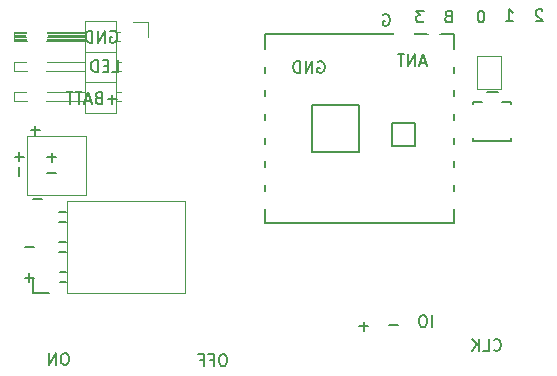
<source format=gbo>
%TF.GenerationSoftware,KiCad,Pcbnew,7.0.6-7.0.6~ubuntu22.04.1*%
%TF.CreationDate,2023-07-30T10:17:08-06:00*%
%TF.ProjectId,fancy-node,66616e63-792d-46e6-9f64-652e6b696361,rev?*%
%TF.SameCoordinates,Original*%
%TF.FileFunction,Legend,Bot*%
%TF.FilePolarity,Positive*%
%FSLAX46Y46*%
G04 Gerber Fmt 4.6, Leading zero omitted, Abs format (unit mm)*
G04 Created by KiCad (PCBNEW 7.0.6-7.0.6~ubuntu22.04.1) date 2023-07-30 10:17:08*
%MOMM*%
%LPD*%
G01*
G04 APERTURE LIST*
G04 Aperture macros list*
%AMFreePoly0*
4,1,6,1.000000,0.000000,0.500000,-0.750000,-0.500000,-0.750000,-0.500000,0.750000,0.500000,0.750000,1.000000,0.000000,1.000000,0.000000,$1*%
%AMFreePoly1*
4,1,6,0.500000,-0.750000,-0.650000,-0.750000,-0.150000,0.000000,-0.650000,0.750000,0.500000,0.750000,0.500000,-0.750000,0.500000,-0.750000,$1*%
G04 Aperture macros list end*
%ADD10C,0.150000*%
%ADD11C,0.120000*%
%ADD12C,0.203200*%
%ADD13C,0.152400*%
%ADD14C,1.408000*%
%ADD15C,1.800000*%
%ADD16C,3.200000*%
%ADD17R,1.700000X1.700000*%
%ADD18O,1.700000X1.700000*%
%ADD19R,1.800000X1.800000*%
%ADD20R,1.000000X1.000000*%
%ADD21C,1.000000*%
%ADD22FreePoly0,270.000000*%
%ADD23FreePoly1,270.000000*%
%ADD24C,1.700000*%
%ADD25R,2.999740X1.198880*%
%ADD26R,0.990600X1.041400*%
%ADD27R,1.041400X2.209800*%
G04 APERTURE END LIST*
D10*
X54463220Y-102088866D02*
X53701316Y-102088866D01*
X56472744Y-115169819D02*
X56282268Y-115169819D01*
X56282268Y-115169819D02*
X56187030Y-115217438D01*
X56187030Y-115217438D02*
X56091792Y-115312676D01*
X56091792Y-115312676D02*
X56044173Y-115503152D01*
X56044173Y-115503152D02*
X56044173Y-115836485D01*
X56044173Y-115836485D02*
X56091792Y-116026961D01*
X56091792Y-116026961D02*
X56187030Y-116122200D01*
X56187030Y-116122200D02*
X56282268Y-116169819D01*
X56282268Y-116169819D02*
X56472744Y-116169819D01*
X56472744Y-116169819D02*
X56567982Y-116122200D01*
X56567982Y-116122200D02*
X56663220Y-116026961D01*
X56663220Y-116026961D02*
X56710839Y-115836485D01*
X56710839Y-115836485D02*
X56710839Y-115503152D01*
X56710839Y-115503152D02*
X56663220Y-115312676D01*
X56663220Y-115312676D02*
X56567982Y-115217438D01*
X56567982Y-115217438D02*
X56472744Y-115169819D01*
X55615601Y-116169819D02*
X55615601Y-115169819D01*
X55615601Y-115169819D02*
X55044173Y-116169819D01*
X55044173Y-116169819D02*
X55044173Y-115169819D01*
X84563220Y-112788866D02*
X83801316Y-112788866D01*
X91672744Y-86169819D02*
X91577506Y-86169819D01*
X91577506Y-86169819D02*
X91482268Y-86217438D01*
X91482268Y-86217438D02*
X91434649Y-86265057D01*
X91434649Y-86265057D02*
X91387030Y-86360295D01*
X91387030Y-86360295D02*
X91339411Y-86550771D01*
X91339411Y-86550771D02*
X91339411Y-86788866D01*
X91339411Y-86788866D02*
X91387030Y-86979342D01*
X91387030Y-86979342D02*
X91434649Y-87074580D01*
X91434649Y-87074580D02*
X91482268Y-87122200D01*
X91482268Y-87122200D02*
X91577506Y-87169819D01*
X91577506Y-87169819D02*
X91672744Y-87169819D01*
X91672744Y-87169819D02*
X91767982Y-87122200D01*
X91767982Y-87122200D02*
X91815601Y-87074580D01*
X91815601Y-87074580D02*
X91863220Y-86979342D01*
X91863220Y-86979342D02*
X91910839Y-86788866D01*
X91910839Y-86788866D02*
X91910839Y-86550771D01*
X91910839Y-86550771D02*
X91863220Y-86360295D01*
X91863220Y-86360295D02*
X91815601Y-86265057D01*
X91815601Y-86265057D02*
X91767982Y-86217438D01*
X91767982Y-86217438D02*
X91672744Y-86169819D01*
X82063220Y-112888866D02*
X81301316Y-112888866D01*
X81682268Y-113269819D02*
X81682268Y-112507914D01*
X53763220Y-108788866D02*
X53001316Y-108788866D01*
X53382268Y-109169819D02*
X53382268Y-108407914D01*
X96810839Y-86165057D02*
X96763220Y-86117438D01*
X96763220Y-86117438D02*
X96667982Y-86069819D01*
X96667982Y-86069819D02*
X96429887Y-86069819D01*
X96429887Y-86069819D02*
X96334649Y-86117438D01*
X96334649Y-86117438D02*
X96287030Y-86165057D01*
X96287030Y-86165057D02*
X96239411Y-86260295D01*
X96239411Y-86260295D02*
X96239411Y-86355533D01*
X96239411Y-86355533D02*
X96287030Y-86498390D01*
X96287030Y-86498390D02*
X96858458Y-87069819D01*
X96858458Y-87069819D02*
X96239411Y-87069819D01*
X88829887Y-86646009D02*
X88687030Y-86693628D01*
X88687030Y-86693628D02*
X88639411Y-86741247D01*
X88639411Y-86741247D02*
X88591792Y-86836485D01*
X88591792Y-86836485D02*
X88591792Y-86979342D01*
X88591792Y-86979342D02*
X88639411Y-87074580D01*
X88639411Y-87074580D02*
X88687030Y-87122200D01*
X88687030Y-87122200D02*
X88782268Y-87169819D01*
X88782268Y-87169819D02*
X89163220Y-87169819D01*
X89163220Y-87169819D02*
X89163220Y-86169819D01*
X89163220Y-86169819D02*
X88829887Y-86169819D01*
X88829887Y-86169819D02*
X88734649Y-86217438D01*
X88734649Y-86217438D02*
X88687030Y-86265057D01*
X88687030Y-86265057D02*
X88639411Y-86360295D01*
X88639411Y-86360295D02*
X88639411Y-86455533D01*
X88639411Y-86455533D02*
X88687030Y-86550771D01*
X88687030Y-86550771D02*
X88734649Y-86598390D01*
X88734649Y-86598390D02*
X88829887Y-86646009D01*
X88829887Y-86646009D02*
X89163220Y-86646009D01*
X60239411Y-87917438D02*
X60334649Y-87869819D01*
X60334649Y-87869819D02*
X60477506Y-87869819D01*
X60477506Y-87869819D02*
X60620363Y-87917438D01*
X60620363Y-87917438D02*
X60715601Y-88012676D01*
X60715601Y-88012676D02*
X60763220Y-88107914D01*
X60763220Y-88107914D02*
X60810839Y-88298390D01*
X60810839Y-88298390D02*
X60810839Y-88441247D01*
X60810839Y-88441247D02*
X60763220Y-88631723D01*
X60763220Y-88631723D02*
X60715601Y-88726961D01*
X60715601Y-88726961D02*
X60620363Y-88822200D01*
X60620363Y-88822200D02*
X60477506Y-88869819D01*
X60477506Y-88869819D02*
X60382268Y-88869819D01*
X60382268Y-88869819D02*
X60239411Y-88822200D01*
X60239411Y-88822200D02*
X60191792Y-88774580D01*
X60191792Y-88774580D02*
X60191792Y-88441247D01*
X60191792Y-88441247D02*
X60382268Y-88441247D01*
X59763220Y-88869819D02*
X59763220Y-87869819D01*
X59763220Y-87869819D02*
X59191792Y-88869819D01*
X59191792Y-88869819D02*
X59191792Y-87869819D01*
X58715601Y-88869819D02*
X58715601Y-87869819D01*
X58715601Y-87869819D02*
X58477506Y-87869819D01*
X58477506Y-87869819D02*
X58334649Y-87917438D01*
X58334649Y-87917438D02*
X58239411Y-88012676D01*
X58239411Y-88012676D02*
X58191792Y-88107914D01*
X58191792Y-88107914D02*
X58144173Y-88298390D01*
X58144173Y-88298390D02*
X58144173Y-88441247D01*
X58144173Y-88441247D02*
X58191792Y-88631723D01*
X58191792Y-88631723D02*
X58239411Y-88726961D01*
X58239411Y-88726961D02*
X58334649Y-88822200D01*
X58334649Y-88822200D02*
X58477506Y-88869819D01*
X58477506Y-88869819D02*
X58715601Y-88869819D01*
X86758458Y-86169819D02*
X86139411Y-86169819D01*
X86139411Y-86169819D02*
X86472744Y-86550771D01*
X86472744Y-86550771D02*
X86329887Y-86550771D01*
X86329887Y-86550771D02*
X86234649Y-86598390D01*
X86234649Y-86598390D02*
X86187030Y-86646009D01*
X86187030Y-86646009D02*
X86139411Y-86741247D01*
X86139411Y-86741247D02*
X86139411Y-86979342D01*
X86139411Y-86979342D02*
X86187030Y-87074580D01*
X86187030Y-87074580D02*
X86234649Y-87122200D01*
X86234649Y-87122200D02*
X86329887Y-87169819D01*
X86329887Y-87169819D02*
X86615601Y-87169819D01*
X86615601Y-87169819D02*
X86710839Y-87122200D01*
X86710839Y-87122200D02*
X86758458Y-87074580D01*
X55663220Y-99888866D02*
X54901316Y-99888866D01*
X87463220Y-112969819D02*
X87463220Y-111969819D01*
X86796554Y-111969819D02*
X86606078Y-111969819D01*
X86606078Y-111969819D02*
X86510840Y-112017438D01*
X86510840Y-112017438D02*
X86415602Y-112112676D01*
X86415602Y-112112676D02*
X86367983Y-112303152D01*
X86367983Y-112303152D02*
X86367983Y-112636485D01*
X86367983Y-112636485D02*
X86415602Y-112826961D01*
X86415602Y-112826961D02*
X86510840Y-112922200D01*
X86510840Y-112922200D02*
X86606078Y-112969819D01*
X86606078Y-112969819D02*
X86796554Y-112969819D01*
X86796554Y-112969819D02*
X86891792Y-112922200D01*
X86891792Y-112922200D02*
X86987030Y-112826961D01*
X86987030Y-112826961D02*
X87034649Y-112636485D01*
X87034649Y-112636485D02*
X87034649Y-112303152D01*
X87034649Y-112303152D02*
X86987030Y-112112676D01*
X86987030Y-112112676D02*
X86891792Y-112017438D01*
X86891792Y-112017438D02*
X86796554Y-111969819D01*
X60387030Y-91369819D02*
X60863220Y-91369819D01*
X60863220Y-91369819D02*
X60863220Y-90369819D01*
X60053696Y-90846009D02*
X59720363Y-90846009D01*
X59577506Y-91369819D02*
X60053696Y-91369819D01*
X60053696Y-91369819D02*
X60053696Y-90369819D01*
X60053696Y-90369819D02*
X59577506Y-90369819D01*
X59148934Y-91369819D02*
X59148934Y-90369819D01*
X59148934Y-90369819D02*
X58910839Y-90369819D01*
X58910839Y-90369819D02*
X58767982Y-90417438D01*
X58767982Y-90417438D02*
X58672744Y-90512676D01*
X58672744Y-90512676D02*
X58625125Y-90607914D01*
X58625125Y-90607914D02*
X58577506Y-90798390D01*
X58577506Y-90798390D02*
X58577506Y-90941247D01*
X58577506Y-90941247D02*
X58625125Y-91131723D01*
X58625125Y-91131723D02*
X58672744Y-91226961D01*
X58672744Y-91226961D02*
X58767982Y-91322200D01*
X58767982Y-91322200D02*
X58910839Y-91369819D01*
X58910839Y-91369819D02*
X59148934Y-91369819D01*
X92691792Y-114874580D02*
X92739411Y-114922200D01*
X92739411Y-114922200D02*
X92882268Y-114969819D01*
X92882268Y-114969819D02*
X92977506Y-114969819D01*
X92977506Y-114969819D02*
X93120363Y-114922200D01*
X93120363Y-114922200D02*
X93215601Y-114826961D01*
X93215601Y-114826961D02*
X93263220Y-114731723D01*
X93263220Y-114731723D02*
X93310839Y-114541247D01*
X93310839Y-114541247D02*
X93310839Y-114398390D01*
X93310839Y-114398390D02*
X93263220Y-114207914D01*
X93263220Y-114207914D02*
X93215601Y-114112676D01*
X93215601Y-114112676D02*
X93120363Y-114017438D01*
X93120363Y-114017438D02*
X92977506Y-113969819D01*
X92977506Y-113969819D02*
X92882268Y-113969819D01*
X92882268Y-113969819D02*
X92739411Y-114017438D01*
X92739411Y-114017438D02*
X92691792Y-114065057D01*
X91787030Y-114969819D02*
X92263220Y-114969819D01*
X92263220Y-114969819D02*
X92263220Y-113969819D01*
X91453696Y-114969819D02*
X91453696Y-113969819D01*
X90882268Y-114969819D02*
X91310839Y-114398390D01*
X90882268Y-113969819D02*
X91453696Y-114541247D01*
X55663220Y-98588866D02*
X54901316Y-98588866D01*
X55282268Y-98969819D02*
X55282268Y-98207914D01*
X54263220Y-96288866D02*
X53501316Y-96288866D01*
X53882268Y-96669819D02*
X53882268Y-95907914D01*
X69872744Y-115269819D02*
X69682268Y-115269819D01*
X69682268Y-115269819D02*
X69587030Y-115317438D01*
X69587030Y-115317438D02*
X69491792Y-115412676D01*
X69491792Y-115412676D02*
X69444173Y-115603152D01*
X69444173Y-115603152D02*
X69444173Y-115936485D01*
X69444173Y-115936485D02*
X69491792Y-116126961D01*
X69491792Y-116126961D02*
X69587030Y-116222200D01*
X69587030Y-116222200D02*
X69682268Y-116269819D01*
X69682268Y-116269819D02*
X69872744Y-116269819D01*
X69872744Y-116269819D02*
X69967982Y-116222200D01*
X69967982Y-116222200D02*
X70063220Y-116126961D01*
X70063220Y-116126961D02*
X70110839Y-115936485D01*
X70110839Y-115936485D02*
X70110839Y-115603152D01*
X70110839Y-115603152D02*
X70063220Y-115412676D01*
X70063220Y-115412676D02*
X69967982Y-115317438D01*
X69967982Y-115317438D02*
X69872744Y-115269819D01*
X68682268Y-115746009D02*
X69015601Y-115746009D01*
X69015601Y-116269819D02*
X69015601Y-115269819D01*
X69015601Y-115269819D02*
X68539411Y-115269819D01*
X67825125Y-115746009D02*
X68158458Y-115746009D01*
X68158458Y-116269819D02*
X68158458Y-115269819D01*
X68158458Y-115269819D02*
X67682268Y-115269819D01*
X93739411Y-87069819D02*
X94310839Y-87069819D01*
X94025125Y-87069819D02*
X94025125Y-86069819D01*
X94025125Y-86069819D02*
X94120363Y-86212676D01*
X94120363Y-86212676D02*
X94215601Y-86307914D01*
X94215601Y-86307914D02*
X94310839Y-86355533D01*
X83339411Y-86517438D02*
X83434649Y-86469819D01*
X83434649Y-86469819D02*
X83577506Y-86469819D01*
X83577506Y-86469819D02*
X83720363Y-86517438D01*
X83720363Y-86517438D02*
X83815601Y-86612676D01*
X83815601Y-86612676D02*
X83863220Y-86707914D01*
X83863220Y-86707914D02*
X83910839Y-86898390D01*
X83910839Y-86898390D02*
X83910839Y-87041247D01*
X83910839Y-87041247D02*
X83863220Y-87231723D01*
X83863220Y-87231723D02*
X83815601Y-87326961D01*
X83815601Y-87326961D02*
X83720363Y-87422200D01*
X83720363Y-87422200D02*
X83577506Y-87469819D01*
X83577506Y-87469819D02*
X83482268Y-87469819D01*
X83482268Y-87469819D02*
X83339411Y-87422200D01*
X83339411Y-87422200D02*
X83291792Y-87374580D01*
X83291792Y-87374580D02*
X83291792Y-87041247D01*
X83291792Y-87041247D02*
X83482268Y-87041247D01*
X53763220Y-106188866D02*
X53001316Y-106188866D01*
X60795291Y-93688866D02*
X60033387Y-93688866D01*
X60414339Y-94069819D02*
X60414339Y-93307914D01*
X59223863Y-93546009D02*
X59081006Y-93593628D01*
X59081006Y-93593628D02*
X59033387Y-93641247D01*
X59033387Y-93641247D02*
X58985768Y-93736485D01*
X58985768Y-93736485D02*
X58985768Y-93879342D01*
X58985768Y-93879342D02*
X59033387Y-93974580D01*
X59033387Y-93974580D02*
X59081006Y-94022200D01*
X59081006Y-94022200D02*
X59176244Y-94069819D01*
X59176244Y-94069819D02*
X59557196Y-94069819D01*
X59557196Y-94069819D02*
X59557196Y-93069819D01*
X59557196Y-93069819D02*
X59223863Y-93069819D01*
X59223863Y-93069819D02*
X59128625Y-93117438D01*
X59128625Y-93117438D02*
X59081006Y-93165057D01*
X59081006Y-93165057D02*
X59033387Y-93260295D01*
X59033387Y-93260295D02*
X59033387Y-93355533D01*
X59033387Y-93355533D02*
X59081006Y-93450771D01*
X59081006Y-93450771D02*
X59128625Y-93498390D01*
X59128625Y-93498390D02*
X59223863Y-93546009D01*
X59223863Y-93546009D02*
X59557196Y-93546009D01*
X58604815Y-93784104D02*
X58128625Y-93784104D01*
X58700053Y-94069819D02*
X58366720Y-93069819D01*
X58366720Y-93069819D02*
X58033387Y-94069819D01*
X57842910Y-93069819D02*
X57271482Y-93069819D01*
X57557196Y-94069819D02*
X57557196Y-93069819D01*
X57081005Y-93069819D02*
X56509577Y-93069819D01*
X56795291Y-94069819D02*
X56795291Y-93069819D01*
X52511133Y-100138220D02*
X52511133Y-99376316D01*
X52511133Y-98938220D02*
X52511133Y-98176316D01*
X52130180Y-98557268D02*
X52892085Y-98557268D01*
X86942856Y-90569104D02*
X86466666Y-90569104D01*
X87038094Y-90854819D02*
X86704761Y-89854819D01*
X86704761Y-89854819D02*
X86371428Y-90854819D01*
X86038094Y-90854819D02*
X86038094Y-89854819D01*
X86038094Y-89854819D02*
X85466666Y-90854819D01*
X85466666Y-90854819D02*
X85466666Y-89854819D01*
X85133332Y-89854819D02*
X84561904Y-89854819D01*
X84847618Y-90854819D02*
X84847618Y-89854819D01*
X77811904Y-90477438D02*
X77907142Y-90429819D01*
X77907142Y-90429819D02*
X78049999Y-90429819D01*
X78049999Y-90429819D02*
X78192856Y-90477438D01*
X78192856Y-90477438D02*
X78288094Y-90572676D01*
X78288094Y-90572676D02*
X78335713Y-90667914D01*
X78335713Y-90667914D02*
X78383332Y-90858390D01*
X78383332Y-90858390D02*
X78383332Y-91001247D01*
X78383332Y-91001247D02*
X78335713Y-91191723D01*
X78335713Y-91191723D02*
X78288094Y-91286961D01*
X78288094Y-91286961D02*
X78192856Y-91382200D01*
X78192856Y-91382200D02*
X78049999Y-91429819D01*
X78049999Y-91429819D02*
X77954761Y-91429819D01*
X77954761Y-91429819D02*
X77811904Y-91382200D01*
X77811904Y-91382200D02*
X77764285Y-91334580D01*
X77764285Y-91334580D02*
X77764285Y-91001247D01*
X77764285Y-91001247D02*
X77954761Y-91001247D01*
X77335713Y-91429819D02*
X77335713Y-90429819D01*
X77335713Y-90429819D02*
X76764285Y-91429819D01*
X76764285Y-91429819D02*
X76764285Y-90429819D01*
X76288094Y-91429819D02*
X76288094Y-90429819D01*
X76288094Y-90429819D02*
X76049999Y-90429819D01*
X76049999Y-90429819D02*
X75907142Y-90477438D01*
X75907142Y-90477438D02*
X75811904Y-90572676D01*
X75811904Y-90572676D02*
X75764285Y-90667914D01*
X75764285Y-90667914D02*
X75716666Y-90858390D01*
X75716666Y-90858390D02*
X75716666Y-91001247D01*
X75716666Y-91001247D02*
X75764285Y-91191723D01*
X75764285Y-91191723D02*
X75811904Y-91286961D01*
X75811904Y-91286961D02*
X75907142Y-91382200D01*
X75907142Y-91382200D02*
X76049999Y-91429819D01*
X76049999Y-91429819D02*
X76288094Y-91429819D01*
D11*
%TO.C,J3*%
X63445000Y-88395000D02*
X63445000Y-87125000D01*
X63445000Y-87125000D02*
X62175000Y-87125000D01*
X61132071Y-93855000D02*
X60735000Y-93855000D01*
X61132071Y-93095000D02*
X60735000Y-93095000D01*
X61132071Y-91315000D02*
X60735000Y-91315000D01*
X61132071Y-90555000D02*
X60735000Y-90555000D01*
X61065000Y-88775000D02*
X60735000Y-88775000D01*
X61065000Y-88015000D02*
X60735000Y-88015000D01*
X60735000Y-94805000D02*
X58075000Y-94805000D01*
X60735000Y-92205000D02*
X58075000Y-92205000D01*
X60735000Y-89665000D02*
X58075000Y-89665000D01*
X60735000Y-87065000D02*
X60735000Y-94805000D01*
X58075000Y-94805000D02*
X58075000Y-87065000D01*
X58075000Y-93095000D02*
X52075000Y-93095000D01*
X58075000Y-90555000D02*
X52075000Y-90555000D01*
X58075000Y-88675000D02*
X52075000Y-88675000D01*
X58075000Y-88555000D02*
X52075000Y-88555000D01*
X58075000Y-88435000D02*
X52075000Y-88435000D01*
X58075000Y-88315000D02*
X52075000Y-88315000D01*
X58075000Y-88195000D02*
X52075000Y-88195000D01*
X58075000Y-88075000D02*
X52075000Y-88075000D01*
X58075000Y-88015000D02*
X52075000Y-88015000D01*
X58075000Y-87065000D02*
X60735000Y-87065000D01*
X52075000Y-93855000D02*
X58075000Y-93855000D01*
X52075000Y-93095000D02*
X52075000Y-93855000D01*
X52075000Y-91315000D02*
X58075000Y-91315000D01*
X52075000Y-90555000D02*
X52075000Y-91315000D01*
X52075000Y-88775000D02*
X58075000Y-88775000D01*
X52075000Y-88015000D02*
X52075000Y-88775000D01*
%TO.C,J6*%
X58200000Y-101775000D02*
X53200000Y-101775000D01*
X53200000Y-101775000D02*
X53200000Y-96775000D01*
X53200000Y-96775000D02*
X58200000Y-96775000D01*
X58200000Y-96775000D02*
X58200000Y-101775000D01*
%TO.C,JP2*%
X93300000Y-89975000D02*
X91300000Y-89975000D01*
X91300000Y-89975000D02*
X91300000Y-92775000D01*
X93300000Y-92775000D02*
X93300000Y-89975000D01*
X91300000Y-92775000D02*
X93300000Y-92775000D01*
D10*
%TO.C,J4*%
X53700000Y-108740000D02*
X53700000Y-110040000D01*
X53700000Y-110040000D02*
X55000000Y-110040000D01*
X56500000Y-103245000D02*
X55900000Y-103245000D01*
X56500000Y-104075000D02*
X55900000Y-104075000D01*
X56500000Y-105785000D02*
X55900000Y-105785000D01*
X56500000Y-106615000D02*
X55900000Y-106615000D01*
X56500000Y-108325000D02*
X56000000Y-108325000D01*
X56500000Y-109155000D02*
X56000000Y-109155000D01*
D11*
X56530000Y-110110000D02*
X66530000Y-110110000D01*
X66530000Y-110110000D02*
X66530000Y-102290000D01*
X66530000Y-102290000D02*
X56530000Y-102290000D01*
X56530000Y-102290000D02*
X56530000Y-110110000D01*
D10*
%TO.C,U5*%
X89300000Y-104175000D02*
X89300000Y-102925000D01*
X89300000Y-101425000D02*
X89300000Y-100925000D01*
X89300000Y-99425000D02*
X89300000Y-98925000D01*
X89300000Y-97425000D02*
X89300000Y-96925000D01*
X89300000Y-95425000D02*
X89300000Y-94925000D01*
X89300000Y-93425000D02*
X89300000Y-92925000D01*
X89300000Y-91425000D02*
X89300000Y-90925000D01*
X89300000Y-89425000D02*
X89300000Y-88175000D01*
D12*
X89300000Y-88175000D02*
X73301540Y-88176540D01*
X86051020Y-97672840D02*
X86051020Y-95676400D01*
X84052040Y-97672840D02*
X86051020Y-97672840D01*
X84052040Y-97672840D02*
X84052040Y-95676400D01*
X84052040Y-95676400D02*
X86051020Y-95676400D01*
X81297960Y-98173980D02*
X77300000Y-98173980D01*
X81297960Y-94176020D02*
X81297960Y-98173980D01*
X77300000Y-98173980D02*
X77300000Y-94176020D01*
X77300000Y-94176020D02*
X81297960Y-94176020D01*
X73301540Y-104173460D02*
X89298460Y-104173460D01*
D10*
X73300000Y-102925000D02*
X73300000Y-104175000D01*
X73300000Y-100925000D02*
X73300000Y-101425000D01*
X73300000Y-98925000D02*
X73300000Y-99425000D01*
X73300000Y-96925000D02*
X73300000Y-97425000D01*
X73300000Y-94925000D02*
X73300000Y-95425000D01*
X73300000Y-92925000D02*
X73300000Y-93425000D01*
X73300000Y-90925000D02*
X73300000Y-91425000D01*
X73300000Y-88175000D02*
X73300000Y-89425000D01*
D13*
%TO.C,J7*%
X94178099Y-97225800D02*
X90926899Y-97225800D01*
X94178099Y-96937640D02*
X94178099Y-97225800D01*
X94178099Y-93872999D02*
X94178099Y-94062360D01*
X93380539Y-93872999D02*
X94178099Y-93872999D01*
D10*
X93052499Y-93049399D02*
X92152499Y-93049399D01*
D13*
X90926899Y-97225800D02*
X90926899Y-96937640D01*
X90926899Y-94062360D02*
X90926899Y-93872999D01*
X90926899Y-93872999D02*
X91724459Y-93872999D01*
%TD*%
%LPC*%
D14*
%TO.C,J1*%
X72550000Y-112400000D03*
X77550000Y-112400000D03*
D15*
X71550000Y-115100000D03*
X78550000Y-115100000D03*
%TD*%
D16*
%TO.C,H4*%
X89500000Y-108500000D03*
%TD*%
D15*
%TO.C,H1*%
X54000000Y-93400000D03*
X54000000Y-90860000D03*
X54000000Y-88320000D03*
%TD*%
D17*
%TO.C,J5*%
X81820000Y-114500000D03*
D18*
X84360000Y-114500000D03*
X86900000Y-114500000D03*
X89440000Y-114500000D03*
%TD*%
D17*
%TO.C,J2*%
X85080000Y-87500000D03*
D18*
X87620000Y-87500000D03*
X90160000Y-87500000D03*
X92700000Y-87500000D03*
X95240000Y-87500000D03*
X97780000Y-87500000D03*
%TD*%
D19*
%TO.C,SW4*%
X59750000Y-112862500D03*
D15*
X62300000Y-112862500D03*
X64850000Y-112862500D03*
%TD*%
D17*
%TO.C,J3*%
X62175000Y-88395000D03*
D18*
X62175000Y-90935000D03*
X62175000Y-93475000D03*
%TD*%
D20*
%TO.C,J6*%
X54200000Y-99900000D03*
D21*
X54200000Y-98650000D03*
%TD*%
D22*
%TO.C,JP2*%
X92300000Y-90650000D03*
D23*
X92300000Y-92100000D03*
%TD*%
D17*
%TO.C,J4*%
X55000000Y-108740000D03*
D24*
X55000000Y-106200000D03*
X55000000Y-103660000D03*
%TD*%
D25*
%TO.C,U5*%
X88798080Y-90175520D03*
X88798080Y-92177040D03*
X88798080Y-94176020D03*
X88798080Y-98173980D03*
X88798080Y-100172960D03*
X88798080Y-102174480D03*
X73801920Y-102174480D03*
X73801920Y-100172960D03*
X73801920Y-90175520D03*
%TD*%
D26*
%TO.C,J7*%
X92552499Y-93974999D03*
D27*
X93700000Y-95500000D03*
X91404998Y-95500000D03*
%TD*%
%LPD*%
M02*

</source>
